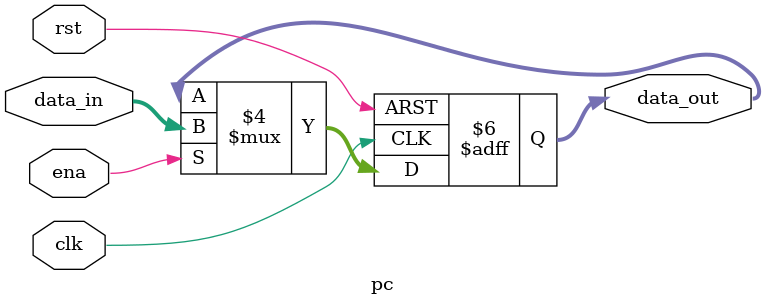
<source format=v>
`timescale 1ns / 1ps


module pc(
    input clk,
    input rst,
    input ena,
    input [31:0] data_in,
    output reg [31:0] data_out
    );
    always@(posedge clk or posedge rst)
    begin
        if(rst==1)
            data_out <= 32'h00400000;
        else if(ena==1)
            data_out <= data_in;
    end
endmodule

</source>
